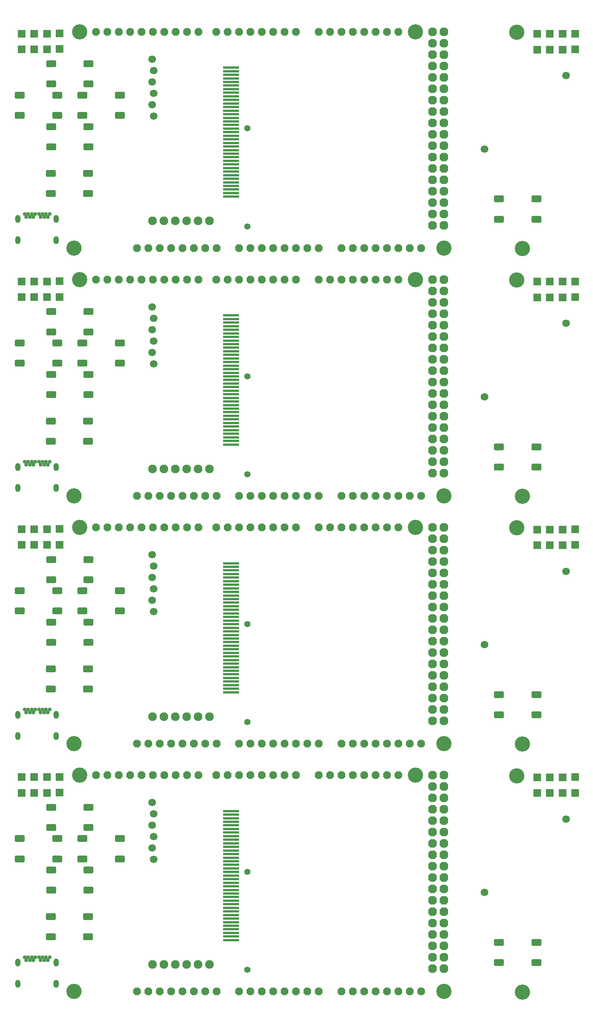
<source format=gbs>
G04*
G04 #@! TF.GenerationSoftware,Altium Limited,Altium Designer,23.1.1 (15)*
G04*
G04 Layer_Color=16711935*
%FSLAX25Y25*%
%MOIN*%
G70*
G04*
G04 #@! TF.SameCoordinates,62433247-A29E-43A8-B4B8-56B850690A23*
G04*
G04*
G04 #@! TF.FilePolarity,Negative*
G04*
G01*
G75*
G04:AMPARAMS|DCode=140|XSize=59.06mil|YSize=86.61mil|CornerRadius=6.5mil|HoleSize=0mil|Usage=FLASHONLY|Rotation=90.000|XOffset=0mil|YOffset=0mil|HoleType=Round|Shape=RoundedRectangle|*
%AMROUNDEDRECTD140*
21,1,0.05906,0.07362,0,0,90.0*
21,1,0.04606,0.08661,0,0,90.0*
1,1,0.01299,0.03681,0.02303*
1,1,0.01299,0.03681,-0.02303*
1,1,0.01299,-0.03681,-0.02303*
1,1,0.01299,-0.03681,0.02303*
%
%ADD140ROUNDEDRECTD140*%
G04:AMPARAMS|DCode=141|XSize=63.87mil|YSize=63.87mil|CornerRadius=0mil|HoleSize=0mil|Usage=FLASHONLY|Rotation=90.000|XOffset=0mil|YOffset=0mil|HoleType=Round|Shape=Octagon|*
%AMOCTAGOND141*
4,1,8,0.01597,0.03194,-0.01597,0.03194,-0.03194,0.01597,-0.03194,-0.01597,-0.01597,-0.03194,0.01597,-0.03194,0.03194,-0.01597,0.03194,0.01597,0.01597,0.03194,0.0*
%
%ADD141OCTAGOND141*%

G04:AMPARAMS|DCode=142|XSize=73.87mil|YSize=73.87mil|CornerRadius=0mil|HoleSize=0mil|Usage=FLASHONLY|Rotation=270.000|XOffset=0mil|YOffset=0mil|HoleType=Round|Shape=Octagon|*
%AMOCTAGOND142*
4,1,8,-0.01847,-0.03694,0.01847,-0.03694,0.03694,-0.01847,0.03694,0.01847,0.01847,0.03694,-0.01847,0.03694,-0.03694,0.01847,-0.03694,-0.01847,-0.01847,-0.03694,0.0*
%
%ADD142OCTAGOND142*%

%ADD143C,0.07677*%
%ADD144O,0.04724X0.07087*%
%ADD145C,0.03347*%
%ADD146C,0.06693*%
%ADD147C,0.05472*%
%ADD148C,0.13385*%
%ADD149R,0.14173X0.02362*%
%ADD150R,0.06693X0.06693*%
D140*
X91142Y75787D02*
D03*
X58268D02*
D03*
Y58071D02*
D03*
X91142D02*
D03*
X484857Y35455D02*
D03*
X451983D02*
D03*
Y53171D02*
D03*
X484857D02*
D03*
X118965Y144360D02*
D03*
X86090D02*
D03*
Y126643D02*
D03*
X118965D02*
D03*
X91405Y116801D02*
D03*
X58531D02*
D03*
Y99084D02*
D03*
X91405D02*
D03*
Y171919D02*
D03*
X58531D02*
D03*
Y154202D02*
D03*
X91405D02*
D03*
X63846Y144360D02*
D03*
X30972D02*
D03*
Y126643D02*
D03*
X63846D02*
D03*
X91142Y293504D02*
D03*
X58268D02*
D03*
Y275787D02*
D03*
X91142D02*
D03*
X484857Y253171D02*
D03*
X451983D02*
D03*
Y270888D02*
D03*
X484857D02*
D03*
X118965Y362076D02*
D03*
X86090D02*
D03*
Y344360D02*
D03*
X118965D02*
D03*
X91405Y334517D02*
D03*
X58531D02*
D03*
Y316801D02*
D03*
X91405D02*
D03*
Y389635D02*
D03*
X58531D02*
D03*
Y371919D02*
D03*
X91405D02*
D03*
X63846Y362076D02*
D03*
X30972D02*
D03*
Y344360D02*
D03*
X63846D02*
D03*
X91142Y511220D02*
D03*
X58268D02*
D03*
Y493504D02*
D03*
X91142D02*
D03*
X484857Y470888D02*
D03*
X451983D02*
D03*
Y488604D02*
D03*
X484857D02*
D03*
X118965Y579793D02*
D03*
X86090D02*
D03*
Y562076D02*
D03*
X118965D02*
D03*
X91405Y552234D02*
D03*
X58531D02*
D03*
Y534517D02*
D03*
X91405D02*
D03*
Y607352D02*
D03*
X58531D02*
D03*
Y589635D02*
D03*
X91405D02*
D03*
X63846Y579793D02*
D03*
X30972D02*
D03*
Y562076D02*
D03*
X63846D02*
D03*
X91142Y728937D02*
D03*
X58268D02*
D03*
Y711220D02*
D03*
X91142D02*
D03*
X484857Y688604D02*
D03*
X451983D02*
D03*
Y706321D02*
D03*
X484857D02*
D03*
X118965Y797509D02*
D03*
X86090D02*
D03*
Y779793D02*
D03*
X118965D02*
D03*
X91405Y769950D02*
D03*
X58531D02*
D03*
Y752234D02*
D03*
X91405D02*
D03*
Y825068D02*
D03*
X58531D02*
D03*
Y807352D02*
D03*
X91405D02*
D03*
X63846Y797509D02*
D03*
X30972D02*
D03*
Y779793D02*
D03*
X63846D02*
D03*
D141*
X383645Y10054D02*
D03*
X373645D02*
D03*
X363645D02*
D03*
X353645D02*
D03*
X343645D02*
D03*
X333645D02*
D03*
X323645D02*
D03*
X313645D02*
D03*
X293732D02*
D03*
X283732D02*
D03*
X273732D02*
D03*
X263732D02*
D03*
X253732D02*
D03*
X243732D02*
D03*
X233732D02*
D03*
X223732D02*
D03*
X203836D02*
D03*
X193836D02*
D03*
X183836D02*
D03*
X173836D02*
D03*
X163836D02*
D03*
X153836D02*
D03*
X143836D02*
D03*
X133836D02*
D03*
X293667Y200000D02*
D03*
X303667D02*
D03*
X313667D02*
D03*
X323667D02*
D03*
X333667D02*
D03*
X343667D02*
D03*
X353667D02*
D03*
X363667D02*
D03*
X203803D02*
D03*
X213804D02*
D03*
X223803D02*
D03*
X233804D02*
D03*
X243804D02*
D03*
X253803D02*
D03*
X263804D02*
D03*
X273803D02*
D03*
X187852Y200079D02*
D03*
X177852D02*
D03*
X167852D02*
D03*
X157852D02*
D03*
X147852D02*
D03*
X137852D02*
D03*
X127852D02*
D03*
X117852D02*
D03*
X107852D02*
D03*
X97852D02*
D03*
X383645Y227771D02*
D03*
X373645D02*
D03*
X363645D02*
D03*
X353645D02*
D03*
X343645D02*
D03*
X333645D02*
D03*
X323645D02*
D03*
X313645D02*
D03*
X293732D02*
D03*
X283732D02*
D03*
X273732D02*
D03*
X263732D02*
D03*
X253732D02*
D03*
X243732D02*
D03*
X233732D02*
D03*
X223732D02*
D03*
X203836D02*
D03*
X193836D02*
D03*
X183836D02*
D03*
X173836D02*
D03*
X163836D02*
D03*
X153836D02*
D03*
X143836D02*
D03*
X133836D02*
D03*
X293667Y417716D02*
D03*
X303667D02*
D03*
X313667D02*
D03*
X323667D02*
D03*
X333667D02*
D03*
X343667D02*
D03*
X353667D02*
D03*
X363667D02*
D03*
X203803D02*
D03*
X213804D02*
D03*
X223803D02*
D03*
X233804D02*
D03*
X243804D02*
D03*
X253803D02*
D03*
X263804D02*
D03*
X273803D02*
D03*
X187852Y417795D02*
D03*
X177852D02*
D03*
X167852D02*
D03*
X157852D02*
D03*
X147852D02*
D03*
X137852D02*
D03*
X127852D02*
D03*
X117852D02*
D03*
X107852D02*
D03*
X97852D02*
D03*
X383645Y445487D02*
D03*
X373645D02*
D03*
X363645D02*
D03*
X353645D02*
D03*
X343645D02*
D03*
X333645D02*
D03*
X323645D02*
D03*
X313645D02*
D03*
X293732D02*
D03*
X283732D02*
D03*
X273732D02*
D03*
X263732D02*
D03*
X253732D02*
D03*
X243732D02*
D03*
X233732D02*
D03*
X223732D02*
D03*
X203836D02*
D03*
X193836D02*
D03*
X183836D02*
D03*
X173836D02*
D03*
X163836D02*
D03*
X153836D02*
D03*
X143836D02*
D03*
X133836D02*
D03*
X293667Y635433D02*
D03*
X303667D02*
D03*
X313667D02*
D03*
X323667D02*
D03*
X333667D02*
D03*
X343667D02*
D03*
X353667D02*
D03*
X363667D02*
D03*
X203803D02*
D03*
X213804D02*
D03*
X223803D02*
D03*
X233804D02*
D03*
X243804D02*
D03*
X253803D02*
D03*
X263804D02*
D03*
X273803D02*
D03*
X187852Y635512D02*
D03*
X177852D02*
D03*
X167852D02*
D03*
X157852D02*
D03*
X147852D02*
D03*
X137852D02*
D03*
X127852D02*
D03*
X117852D02*
D03*
X107852D02*
D03*
X97852D02*
D03*
X383645Y663204D02*
D03*
X373645D02*
D03*
X363645D02*
D03*
X353645D02*
D03*
X343645D02*
D03*
X333645D02*
D03*
X323645D02*
D03*
X313645D02*
D03*
X293732D02*
D03*
X283732D02*
D03*
X273732D02*
D03*
X263732D02*
D03*
X253732D02*
D03*
X243732D02*
D03*
X233732D02*
D03*
X223732D02*
D03*
X203836D02*
D03*
X193836D02*
D03*
X183836D02*
D03*
X173836D02*
D03*
X163836D02*
D03*
X153836D02*
D03*
X143836D02*
D03*
X133836D02*
D03*
X293667Y853150D02*
D03*
X303667D02*
D03*
X313667D02*
D03*
X323667D02*
D03*
X333667D02*
D03*
X343667D02*
D03*
X353667D02*
D03*
X363667D02*
D03*
X203803D02*
D03*
X213804D02*
D03*
X223803D02*
D03*
X233804D02*
D03*
X243804D02*
D03*
X253803D02*
D03*
X263804D02*
D03*
X273803D02*
D03*
X187852Y853228D02*
D03*
X177852D02*
D03*
X167852D02*
D03*
X157852D02*
D03*
X147852D02*
D03*
X137852D02*
D03*
X127852D02*
D03*
X117852D02*
D03*
X107852D02*
D03*
X97852D02*
D03*
D142*
X403512Y30049D02*
D03*
X393512D02*
D03*
X403512Y40049D02*
D03*
X393512D02*
D03*
X403512Y50050D02*
D03*
X393512D02*
D03*
X403512Y60049D02*
D03*
X393512D02*
D03*
X403512Y70050D02*
D03*
X393512D02*
D03*
X403512Y80050D02*
D03*
X393512D02*
D03*
X403512Y90049D02*
D03*
X393512D02*
D03*
X403512Y100049D02*
D03*
X393512D02*
D03*
X403512Y110049D02*
D03*
X393512D02*
D03*
X403512Y120050D02*
D03*
X393512D02*
D03*
X403512Y130050D02*
D03*
X393512D02*
D03*
X403512Y140050D02*
D03*
X393512D02*
D03*
X403512Y150049D02*
D03*
X393512D02*
D03*
X403512Y160049D02*
D03*
X393512D02*
D03*
X403512Y170050D02*
D03*
X393512D02*
D03*
X403512Y180050D02*
D03*
X393512D02*
D03*
X403512Y190050D02*
D03*
X393512D02*
D03*
X403512Y200049D02*
D03*
X393512D02*
D03*
X403512Y247766D02*
D03*
X393512D02*
D03*
X403512Y257766D02*
D03*
X393512D02*
D03*
X403512Y267766D02*
D03*
X393512D02*
D03*
X403512Y277766D02*
D03*
X393512D02*
D03*
X403512Y287766D02*
D03*
X393512D02*
D03*
X403512Y297766D02*
D03*
X393512D02*
D03*
X403512Y307766D02*
D03*
X393512D02*
D03*
X403512Y317766D02*
D03*
X393512D02*
D03*
X403512Y327766D02*
D03*
X393512D02*
D03*
X403512Y337766D02*
D03*
X393512D02*
D03*
X403512Y347766D02*
D03*
X393512D02*
D03*
X403512Y357766D02*
D03*
X393512D02*
D03*
X403512Y367766D02*
D03*
X393512D02*
D03*
X403512Y377766D02*
D03*
X393512D02*
D03*
X403512Y387766D02*
D03*
X393512D02*
D03*
X403512Y397766D02*
D03*
X393512D02*
D03*
X403512Y407766D02*
D03*
X393512D02*
D03*
X403512Y417766D02*
D03*
X393512D02*
D03*
X403512Y465483D02*
D03*
X393512D02*
D03*
X403512Y475483D02*
D03*
X393512D02*
D03*
X403512Y485483D02*
D03*
X393512D02*
D03*
X403512Y495483D02*
D03*
X393512D02*
D03*
X403512Y505483D02*
D03*
X393512D02*
D03*
X403512Y515483D02*
D03*
X393512D02*
D03*
X403512Y525483D02*
D03*
X393512D02*
D03*
X403512Y535483D02*
D03*
X393512D02*
D03*
X403512Y545483D02*
D03*
X393512D02*
D03*
X403512Y555483D02*
D03*
X393512D02*
D03*
X403512Y565483D02*
D03*
X393512D02*
D03*
X403512Y575483D02*
D03*
X393512D02*
D03*
X403512Y585483D02*
D03*
X393512D02*
D03*
X403512Y595483D02*
D03*
X393512D02*
D03*
X403512Y605483D02*
D03*
X393512D02*
D03*
X403512Y615483D02*
D03*
X393512D02*
D03*
X403512Y625483D02*
D03*
X393512D02*
D03*
X403512Y635483D02*
D03*
X393512D02*
D03*
X403512Y683199D02*
D03*
X393512D02*
D03*
X403512Y693199D02*
D03*
X393512D02*
D03*
X403512Y703199D02*
D03*
X393512D02*
D03*
X403512Y713199D02*
D03*
X393512D02*
D03*
X403512Y723199D02*
D03*
X393512D02*
D03*
X403512Y733199D02*
D03*
X393512D02*
D03*
X403512Y743199D02*
D03*
X393512D02*
D03*
X403512Y753199D02*
D03*
X393512D02*
D03*
X403512Y763199D02*
D03*
X393512D02*
D03*
X403512Y773199D02*
D03*
X393512D02*
D03*
X403512Y783199D02*
D03*
X393512D02*
D03*
X403512Y793199D02*
D03*
X393512D02*
D03*
X403512Y803199D02*
D03*
X393512D02*
D03*
X403512Y813199D02*
D03*
X393512D02*
D03*
X403512Y823199D02*
D03*
X393512D02*
D03*
X403512Y833199D02*
D03*
X393512D02*
D03*
X403512Y843199D02*
D03*
X393512D02*
D03*
X403512Y853199D02*
D03*
X393512D02*
D03*
D143*
X177559Y33858D02*
D03*
X147559D02*
D03*
X157559D02*
D03*
X167559D02*
D03*
X187559D02*
D03*
X197559D02*
D03*
X177559Y251575D02*
D03*
X147559D02*
D03*
X157559D02*
D03*
X167559D02*
D03*
X187559D02*
D03*
X197559D02*
D03*
X177559Y469291D02*
D03*
X147559D02*
D03*
X157559D02*
D03*
X167559D02*
D03*
X187559D02*
D03*
X197559D02*
D03*
X177559Y687008D02*
D03*
X147559D02*
D03*
X157559D02*
D03*
X167559D02*
D03*
X187559D02*
D03*
X197559D02*
D03*
D144*
X29449Y16929D02*
D03*
X63071D02*
D03*
X29449Y35551D02*
D03*
X63071D02*
D03*
X29449Y234646D02*
D03*
X63071D02*
D03*
X29449Y253268D02*
D03*
X63071D02*
D03*
X29449Y452362D02*
D03*
X63071D02*
D03*
X29449Y470984D02*
D03*
X63071D02*
D03*
X29449Y670079D02*
D03*
X63071D02*
D03*
X29449Y688701D02*
D03*
X63071D02*
D03*
D145*
X55709Y37323D02*
D03*
X36811D02*
D03*
X52559D02*
D03*
X39961D02*
D03*
X49409D02*
D03*
X43110D02*
D03*
X57284Y40079D02*
D03*
X35236D02*
D03*
X54134D02*
D03*
X38386D02*
D03*
X50984D02*
D03*
X41535D02*
D03*
X47835D02*
D03*
X44685D02*
D03*
X55709Y255039D02*
D03*
X36811D02*
D03*
X52559D02*
D03*
X39961D02*
D03*
X49409D02*
D03*
X43110D02*
D03*
X57284Y257795D02*
D03*
X35236D02*
D03*
X54134D02*
D03*
X38386D02*
D03*
X50984D02*
D03*
X41535D02*
D03*
X47835D02*
D03*
X44685D02*
D03*
X55709Y472756D02*
D03*
X36811D02*
D03*
X52559D02*
D03*
X39961D02*
D03*
X49409D02*
D03*
X43110D02*
D03*
X57284Y475512D02*
D03*
X35236D02*
D03*
X54134D02*
D03*
X38386D02*
D03*
X50984D02*
D03*
X41535D02*
D03*
X47835D02*
D03*
X44685D02*
D03*
X55709Y690472D02*
D03*
X36811D02*
D03*
X52559D02*
D03*
X39961D02*
D03*
X49409D02*
D03*
X43110D02*
D03*
X57284Y693228D02*
D03*
X35236D02*
D03*
X54134D02*
D03*
X38386D02*
D03*
X50984D02*
D03*
X41535D02*
D03*
X47835D02*
D03*
X44685D02*
D03*
D146*
X147432Y136063D02*
D03*
Y156063D02*
D03*
X148819Y146063D02*
D03*
Y166063D02*
D03*
X147432Y176063D02*
D03*
X148819Y126063D02*
D03*
X439370Y97166D02*
D03*
X511102Y161575D02*
D03*
X147432Y353779D02*
D03*
Y373779D02*
D03*
X148819Y363779D02*
D03*
Y383779D02*
D03*
X147432Y393779D02*
D03*
X148819Y343779D02*
D03*
X439370Y314882D02*
D03*
X511102Y379292D02*
D03*
X147432Y571496D02*
D03*
Y591496D02*
D03*
X148819Y581496D02*
D03*
Y601496D02*
D03*
X147432Y611496D02*
D03*
X148819Y561496D02*
D03*
X439370Y532599D02*
D03*
X511102Y597008D02*
D03*
X147432Y789213D02*
D03*
Y809212D02*
D03*
X148819Y799213D02*
D03*
Y819213D02*
D03*
X147432Y829212D02*
D03*
X148819Y779213D02*
D03*
X439370Y750316D02*
D03*
X511102Y814725D02*
D03*
D147*
X230837Y29016D02*
D03*
Y115197D02*
D03*
Y246732D02*
D03*
Y332913D02*
D03*
Y464449D02*
D03*
Y550630D02*
D03*
Y682165D02*
D03*
Y768346D02*
D03*
D148*
X78622Y10000D02*
D03*
X472559Y9605D02*
D03*
X467559Y199605D02*
D03*
X83622Y200000D02*
D03*
X378622D02*
D03*
X403622Y10000D02*
D03*
X78622Y227716D02*
D03*
X472559Y227321D02*
D03*
X467559Y417321D02*
D03*
X83622Y417716D02*
D03*
X378622D02*
D03*
X403622Y227716D02*
D03*
X78622Y445433D02*
D03*
X472559Y445038D02*
D03*
X467559Y635038D02*
D03*
X83622Y635433D02*
D03*
X378622D02*
D03*
X403622Y445433D02*
D03*
X78622Y663149D02*
D03*
X472559Y662754D02*
D03*
X467559Y852754D02*
D03*
X83622Y853150D02*
D03*
X378622D02*
D03*
X403622Y663149D02*
D03*
D149*
X216622Y168595D02*
D03*
Y165446D02*
D03*
Y162296D02*
D03*
Y159146D02*
D03*
Y155996D02*
D03*
Y152847D02*
D03*
Y149697D02*
D03*
Y146548D02*
D03*
Y143398D02*
D03*
Y140248D02*
D03*
Y137099D02*
D03*
Y133949D02*
D03*
Y130800D02*
D03*
Y127650D02*
D03*
Y124500D02*
D03*
Y121351D02*
D03*
Y118201D02*
D03*
Y102453D02*
D03*
Y99304D02*
D03*
Y96154D02*
D03*
Y93004D02*
D03*
Y89855D02*
D03*
Y86705D02*
D03*
Y83556D02*
D03*
Y80406D02*
D03*
Y77257D02*
D03*
Y74107D02*
D03*
Y70957D02*
D03*
Y67808D02*
D03*
Y64658D02*
D03*
Y61508D02*
D03*
Y58359D02*
D03*
Y55209D02*
D03*
Y115052D02*
D03*
Y111902D02*
D03*
Y108752D02*
D03*
Y105603D02*
D03*
Y386312D02*
D03*
Y383162D02*
D03*
Y380013D02*
D03*
Y376862D02*
D03*
Y373713D02*
D03*
Y370563D02*
D03*
Y367414D02*
D03*
Y364265D02*
D03*
Y361114D02*
D03*
Y357965D02*
D03*
Y354815D02*
D03*
Y351666D02*
D03*
Y348516D02*
D03*
Y345367D02*
D03*
Y342216D02*
D03*
Y339067D02*
D03*
Y335918D02*
D03*
Y320170D02*
D03*
Y317021D02*
D03*
Y313870D02*
D03*
Y310721D02*
D03*
Y307571D02*
D03*
Y304422D02*
D03*
Y301272D02*
D03*
Y298123D02*
D03*
Y294973D02*
D03*
Y291823D02*
D03*
Y288673D02*
D03*
Y285524D02*
D03*
Y282375D02*
D03*
Y279224D02*
D03*
Y276075D02*
D03*
Y272926D02*
D03*
Y332769D02*
D03*
Y329618D02*
D03*
Y326469D02*
D03*
Y323319D02*
D03*
Y604028D02*
D03*
Y600879D02*
D03*
Y597729D02*
D03*
Y594579D02*
D03*
Y591429D02*
D03*
Y588280D02*
D03*
Y585130D02*
D03*
Y581981D02*
D03*
Y578831D02*
D03*
Y575681D02*
D03*
Y572532D02*
D03*
Y569382D02*
D03*
Y566233D02*
D03*
Y563084D02*
D03*
Y559933D02*
D03*
Y556784D02*
D03*
Y553634D02*
D03*
Y537886D02*
D03*
Y534737D02*
D03*
Y531587D02*
D03*
Y528437D02*
D03*
Y525288D02*
D03*
Y522138D02*
D03*
Y518989D02*
D03*
Y515839D02*
D03*
Y512690D02*
D03*
Y509540D02*
D03*
Y506390D02*
D03*
Y503241D02*
D03*
Y500091D02*
D03*
Y496941D02*
D03*
Y493792D02*
D03*
Y490642D02*
D03*
Y550485D02*
D03*
Y547335D02*
D03*
Y544185D02*
D03*
Y541036D02*
D03*
Y821745D02*
D03*
Y818595D02*
D03*
Y815446D02*
D03*
Y812295D02*
D03*
Y809146D02*
D03*
Y805996D02*
D03*
Y802847D02*
D03*
Y799698D02*
D03*
Y796547D02*
D03*
Y793398D02*
D03*
Y790248D02*
D03*
Y787099D02*
D03*
Y783950D02*
D03*
Y780800D02*
D03*
Y777650D02*
D03*
Y774500D02*
D03*
Y771351D02*
D03*
Y755603D02*
D03*
Y752454D02*
D03*
Y749303D02*
D03*
Y746154D02*
D03*
Y743004D02*
D03*
Y739855D02*
D03*
Y736705D02*
D03*
Y733556D02*
D03*
Y730407D02*
D03*
Y727256D02*
D03*
Y724107D02*
D03*
Y720957D02*
D03*
Y717808D02*
D03*
Y714658D02*
D03*
Y711508D02*
D03*
Y708359D02*
D03*
Y768202D02*
D03*
Y765051D02*
D03*
Y761902D02*
D03*
Y758752D02*
D03*
D150*
X485609Y184448D02*
D03*
Y198228D02*
D03*
X519006Y184645D02*
D03*
Y198425D02*
D03*
X507874Y184448D02*
D03*
Y198228D02*
D03*
X496741Y184448D02*
D03*
Y198228D02*
D03*
X65967Y184842D02*
D03*
Y198622D02*
D03*
X54835Y184645D02*
D03*
Y198425D02*
D03*
X43702Y184645D02*
D03*
Y198425D02*
D03*
X32570Y184645D02*
D03*
Y198425D02*
D03*
X485609Y402165D02*
D03*
Y415944D02*
D03*
X519006Y402362D02*
D03*
Y416141D02*
D03*
X507874Y402165D02*
D03*
Y415944D02*
D03*
X496741Y402165D02*
D03*
Y415944D02*
D03*
X65967Y402559D02*
D03*
Y416338D02*
D03*
X54835Y402362D02*
D03*
Y416141D02*
D03*
X43702Y402362D02*
D03*
Y416141D02*
D03*
X32570Y402362D02*
D03*
Y416141D02*
D03*
X485609Y619881D02*
D03*
Y633661D02*
D03*
X519006Y620078D02*
D03*
Y633858D02*
D03*
X507874Y619881D02*
D03*
Y633661D02*
D03*
X496741Y619881D02*
D03*
Y633661D02*
D03*
X65967Y620275D02*
D03*
Y634055D02*
D03*
X54835Y620078D02*
D03*
Y633858D02*
D03*
X43702Y620078D02*
D03*
Y633858D02*
D03*
X32570Y620078D02*
D03*
Y633858D02*
D03*
X485609Y837598D02*
D03*
Y851377D02*
D03*
X519006Y837795D02*
D03*
Y851574D02*
D03*
X507874Y837598D02*
D03*
Y851377D02*
D03*
X496741Y837598D02*
D03*
Y851377D02*
D03*
X65967Y837992D02*
D03*
Y851771D02*
D03*
X54835Y837795D02*
D03*
Y851574D02*
D03*
X43702Y837795D02*
D03*
Y851574D02*
D03*
X32570Y837795D02*
D03*
Y851574D02*
D03*
M02*

</source>
